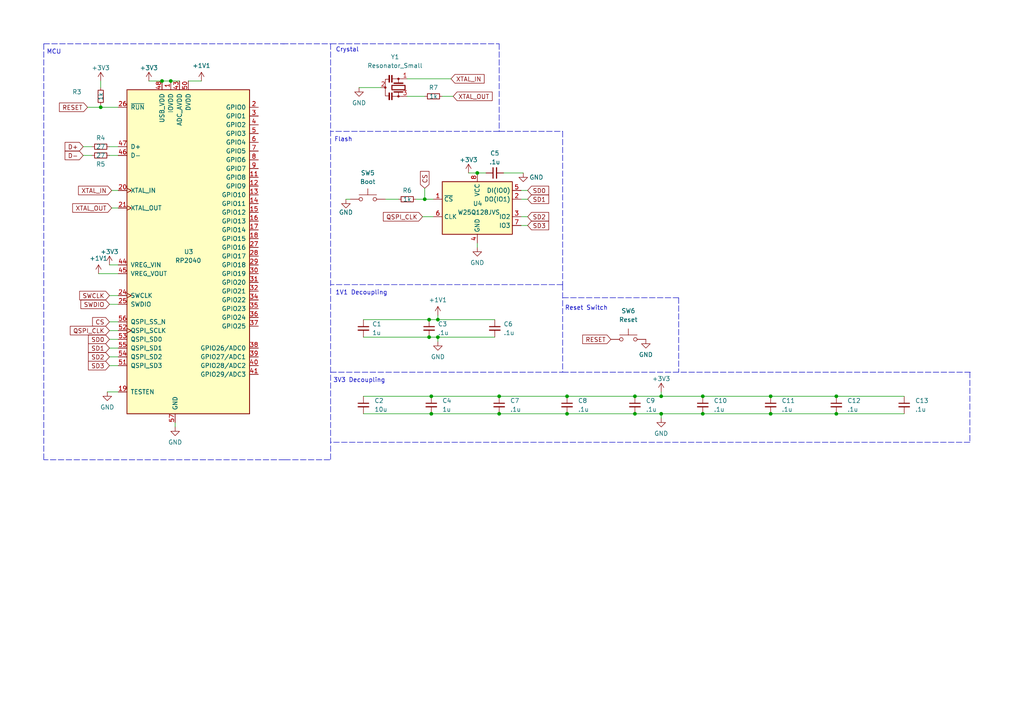
<source format=kicad_sch>
(kicad_sch (version 20211123) (generator eeschema)
  (paper "A4")
  (lib_symbols
    (symbol "Device:C_Small" (pin_numbers hide) (pin_names (offset 0.254) hide)
      (property "Reference" "C" (at 0.254 1.778 0))
      (property "Value" "C_Small" (at 0.254 -2.032 0))
      (symbol "C_Small_0_1"
        (polyline (pts (xy -1.524 -0.508) (xy 1.524 -0.508)) (stroke (width 0.3302)))
        (polyline (pts (xy -1.524 0.508) (xy 1.524 0.508)) (stroke (width 0.3048)))
      )
      (symbol "C_Small_1_1"
        (pin passive line (at 0 2.54 270) (length 2.032) (name "~") (number "1"))
        (pin passive line (at 0 -2.54 90) (length 2.032) (name "~") (number "2"))
      )
    )
    (symbol "Device:R_Small" (pin_numbers hide) (pin_names (offset 0.254) hide)
      (property "Reference" "R" (at 0.762 0.508 0))
      (property "Value" "R_Small" (at 0.762 -1.016 0))
      (symbol "R_Small_0_1"
        (rectangle (start -0.762 1.778) (end 0.762 -1.778) (stroke (width 0.2032)))
      )
      (symbol "R_Small_1_1"
        (pin passive line (at 0 2.54 270) (length 0.762) (name "~") (number "1"))
        (pin passive line (at 0 -2.54 90) (length 0.762) (name "~") (number "2"))
      )
    )
    (symbol "Device:Resonator_Small" (pin_names (offset 1.016) hide)
      (property "Reference" "Y" (at 3.175 1.905 0))
      (property "Value" "Resonator_Small" (at 3.175 0 0))
      (symbol "Resonator_Small_0_1"
        (rectangle (start -3.556 -2.54) (end -1.524 -2.794) (fill (type outline)))
        (rectangle (start -3.556 -1.778) (end -1.524 -2.032) (fill (type outline)))
        (circle (center -2.54 0) (radius 0.254) (fill (type outline)))
        (rectangle (start -0.635 1.905) (end 0.635 -1.905) (stroke (width 0.3048)))
        (circle (center 0 -3.81) (radius 0.254) (fill (type outline)))
        (polyline (pts (xy -2.54 -1.778) (xy -2.54 0)))
        (polyline (pts (xy -2.54 0) (xy -1.397 0)))
        (polyline (pts (xy -2.54 1.27) (xy -2.54 0)))
        (polyline (pts (xy -1.27 -1.27) (xy -1.27 1.27)) (stroke (width 0.381)))
        (polyline (pts (xy 1.27 -1.27) (xy 1.27 1.27)) (stroke (width 0.381)))
        (polyline (pts (xy 1.27 0) (xy 2.54 0)))
        (polyline (pts (xy 2.54 0) (xy 2.54 -1.778)))
        (polyline (pts (xy 2.54 1.27) (xy 2.54 0)))
        (polyline (pts (xy 2.413 -2.794) (xy 2.413 -3.81) (xy -2.413 -3.81) (xy -2.413 -2.667)))
        (rectangle (start 1.524 -2.54) (end 3.556 -2.794) (fill (type outline)))
        (rectangle (start 1.524 -1.778) (end 3.556 -2.032) (fill (type outline)))
        (circle (center 2.54 0) (radius 0.254) (fill (type outline)))
      )
      (symbol "Resonator_Small_1_1"
        (pin passive line (at -2.54 2.54 270) (length 1.27) (name "1") (number "1"))
        (pin passive line (at 0 -5.08 90) (length 1.27) (name "2") (number "2"))
        (pin passive line (at 2.54 2.54 270) (length 1.27) (name "3") (number "3"))
      )
    )
    (symbol "Memory_Flash:W25Q128JVS"
      (property "Reference" "U" (at -8.89 8.89 0))
      (property "Value" "W25Q128JVS" (at 7.62 8.89 0))
      (symbol "W25Q128JVS_0_1"
        (rectangle (start -10.16 7.62) (end 10.16 -7.62) (stroke (width 0.254)) (fill (type background)))
      )
      (symbol "W25Q128JVS_1_1"
        (pin input line (at -12.7 2.54 0) (length 2.54) (name "~{CS}") (number "1"))
        (pin bidirectional line (at 12.7 2.54 180) (length 2.54) (name "DO(IO1)") (number "2"))
        (pin bidirectional line (at 12.7 -2.54 180) (length 2.54) (name "IO2") (number "3"))
        (pin power_in line (at 0 -10.16 90) (length 2.54) (name "GND") (number "4"))
        (pin bidirectional line (at 12.7 5.08 180) (length 2.54) (name "DI(IO0)") (number "5"))
        (pin input line (at -12.7 -2.54 0) (length 2.54) (name "CLK") (number "6"))
        (pin bidirectional line (at 12.7 -5.08 180) (length 2.54) (name "IO3") (number "7"))
        (pin power_in line (at 0 10.16 270) (length 2.54) (name "VCC") (number "8"))
      )
    )
    (symbol "Switch:SW_Push" (pin_numbers hide) (pin_names (offset 1.016) hide)
      (property "Reference" "SW" (at 1.27 2.54 0))
      (property "Value" "SW_Push" (at 0 -1.524 0))
      (symbol "SW_Push_0_1"
        (circle (center -2.032 0) (radius 0.508))
        (polyline (pts (xy 0 1.27) (xy 0 3.048)))
        (polyline (pts (xy 2.54 1.27) (xy -2.54 1.27)))
        (circle (center 2.032 0) (radius 0.508))
        (pin passive line (at -5.08 0 0) (length 2.54) (name "1") (number "1"))
        (pin passive line (at 5.08 0 180) (length 2.54) (name "2") (number "2"))
      )
    )
    (symbol "cipulot_parts:RP2040" (pin_names (offset 1.016))
      (property "Reference" "U" (at 8.89 51.435 0))
      (property "Value" "RP2040" (at 8.89 48.895 0))
      (symbol "RP2040_0_0"
        (rectangle (start -17.78 -45.72) (end 17.78 48.26) (stroke (width 0.254)) (fill (type background)))
      )
      (symbol "RP2040_1_1"
        (pin power_in line (at -5.08 50.8 270) (length 2.54) (name "IOVDD") (number "1"))
        (pin power_in line (at -5.08 50.8 270) (length 2.54) hide (name "IOVDD") (number "10"))
        (pin input line (at 20.32 22.86 180) (length 2.54) (name "GPIO8") (number "11"))
        (pin input line (at 20.32 20.32 180) (length 2.54) (name "GPIO9") (number "12"))
        (pin input line (at 20.32 17.78 180) (length 2.54) (name "GPIO10") (number "13"))
        (pin input line (at 20.32 15.24 180) (length 2.54) (name "GPIO11") (number "14"))
        (pin input line (at 20.32 12.7 180) (length 2.54) (name "GPIO12") (number "15"))
        (pin input line (at 20.32 10.16 180) (length 2.54) (name "GPIO13") (number "16"))
        (pin input line (at 20.32 7.62 180) (length 2.54) (name "GPIO14") (number "17"))
        (pin input line (at 20.32 5.08 180) (length 2.54) (name "GPIO15") (number "18"))
        (pin input line (at -20.32 -39.37 0) (length 2.54) (name "TESTEN") (number "19"))
        (pin input line (at 20.32 43.18 180) (length 2.54) (name "GPIO0") (number "2"))
        (pin input clock (at -20.32 19.05 0) (length 2.54) (name "XTAL_IN") (number "20"))
        (pin input clock (at -20.32 13.97 0) (length 2.54) (name "XTAL_OUT") (number "21"))
        (pin power_in line (at -5.08 50.8 270) (length 2.54) hide (name "IOVDD") (number "22"))
        (pin power_in line (at 0 50.8 270) (length 2.54) hide (name "DVDD") (number "23"))
        (pin input clock (at -20.32 -11.43 0) (length 2.54) (name "SWCLK") (number "24"))
        (pin bidirectional line (at -20.32 -13.97 0) (length 2.54) (name "SWDIO") (number "25"))
        (pin input line (at -20.32 43.18 0) (length 2.54) (name "~{RUN}") (number "26"))
        (pin input line (at 20.32 2.54 180) (length 2.54) (name "GPIO16") (number "27"))
        (pin input line (at 20.32 0 180) (length 2.54) (name "GPIO17") (number "28"))
        (pin input line (at 20.32 -2.54 180) (length 2.54) (name "GPIO18") (number "29"))
        (pin input line (at 20.32 40.64 180) (length 2.54) (name "GPIO1") (number "3"))
        (pin input line (at 20.32 -5.08 180) (length 2.54) (name "GPIO19") (number "30"))
        (pin input line (at 20.32 -7.62 180) (length 2.54) (name "GPIO20") (number "31"))
        (pin input line (at 20.32 -10.16 180) (length 2.54) (name "GPIO21") (number "32"))
        (pin power_in line (at -5.08 50.8 270) (length 2.54) hide (name "IOVDD") (number "33"))
        (pin input line (at 20.32 -12.7 180) (length 2.54) (name "GPIO22") (number "34"))
        (pin input line (at 20.32 -15.24 180) (length 2.54) (name "GPIO23") (number "35"))
        (pin input line (at 20.32 -17.78 180) (length 2.54) (name "GPIO24") (number "36"))
        (pin input line (at 20.32 -20.32 180) (length 2.54) (name "GPIO25") (number "37"))
        (pin input line (at 20.32 -26.67 180) (length 2.54) (name "GPIO26/ADC0") (number "38"))
        (pin input line (at 20.32 -29.21 180) (length 2.54) (name "GPIO27/ADC1") (number "39"))
        (pin input line (at 20.32 38.1 180) (length 2.54) (name "GPIO2") (number "4"))
        (pin input line (at 20.32 -31.75 180) (length 2.54) (name "GPIO28/ADC2") (number "40"))
        (pin input line (at 20.32 -34.29 180) (length 2.54) (name "GPIO29/ADC3") (number "41"))
        (pin power_in line (at -5.08 50.8 270) (length 2.54) hide (name "IOVDD") (number "42"))
        (pin power_in line (at -2.54 50.8 270) (length 2.54) (name "ADC_AVDD") (number "43"))
        (pin power_in line (at -20.32 -2.54 0) (length 2.54) (name "VREG_VIN") (number "44"))
        (pin power_out line (at -20.32 -5.08 0) (length 2.54) (name "VREG_VOUT") (number "45"))
        (pin bidirectional line (at -20.32 29.21 0) (length 2.54) (name "D-") (number "46"))
        (pin bidirectional line (at -20.32 31.75 0) (length 2.54) (name "D+") (number "47"))
        (pin power_in line (at -7.62 50.8 270) (length 2.54) (name "USB_VDD") (number "48"))
        (pin power_in line (at -5.08 50.8 270) (length 2.54) hide (name "IOVDD") (number "49"))
        (pin input line (at 20.32 35.56 180) (length 2.54) (name "GPIO3") (number "5"))
        (pin power_in line (at 0 50.8 270) (length 2.54) (name "DVDD") (number "50"))
        (pin bidirectional line (at -20.32 -31.75 0) (length 2.54) (name "QSPI_SD3") (number "51"))
        (pin input clock (at -20.32 -21.59 0) (length 2.54) (name "QSPI_SCLK") (number "52"))
        (pin bidirectional line (at -20.32 -24.13 0) (length 2.54) (name "QSPI_SD0") (number "53"))
        (pin bidirectional line (at -20.32 -29.21 0) (length 2.54) (name "QSPI_SD2") (number "54"))
        (pin bidirectional line (at -20.32 -26.67 0) (length 2.54) (name "QSPI_SD1") (number "55"))
        (pin bidirectional line (at -20.32 -19.05 0) (length 2.54) (name "QSPI_SS_N") (number "56"))
        (pin power_in line (at -3.81 -48.26 90) (length 2.54) (name "GND") (number "57"))
        (pin input line (at 20.32 33.02 180) (length 2.54) (name "GPIO4") (number "6"))
        (pin input line (at 20.32 30.48 180) (length 2.54) (name "GPIO5") (number "7"))
        (pin input line (at 20.32 27.94 180) (length 2.54) (name "GPIO6") (number "8"))
        (pin input line (at 20.32 25.4 180) (length 2.54) (name "GPIO7") (number "9"))
      )
    )
    (symbol "power:+1V1" (power) (pin_names (offset 0))
      (property "Value" "+1V1" (at 0 3.556 0))
      (symbol "+1V1_0_1"
        (polyline (pts (xy -0.762 1.27) (xy 0 2.54)))
        (polyline (pts (xy 0 0) (xy 0 2.54)))
        (polyline (pts (xy 0 2.54) (xy 0.762 1.27)))
      )
      (symbol "+1V1_1_1"
        (pin power_in line (at 0 0 90) (length 0) hide (name "+1V1") (number "1"))
      )
    )
    (symbol "power:+3V3" (power) (pin_names (offset 0))
      (property "Value" "+3V3" (at 0 3.556 0))
      (symbol "+3V3_0_1"
        (polyline (pts (xy -0.762 1.27) (xy 0 2.54)))
        (polyline (pts (xy 0 0) (xy 0 2.54)))
        (polyline (pts (xy 0 2.54) (xy 0.762 1.27)))
      )
      (symbol "+3V3_1_1"
        (pin power_in line (at 0 0 90) (length 0) hide (name "+3V3") (number "1"))
      )
    )
    (symbol "power:GND" (power) (pin_names (offset 0))
      (property "Value" "GND" (at 0 -3.81 0))
      (symbol "GND_0_1"
        (polyline (pts (xy 0 0) (xy 0 -1.27) (xy 1.27 -1.27) (xy 0 -2.54) (xy -1.27 -1.27) (xy 0 -1.27)))
      )
      (symbol "GND_1_1"
        (pin power_in line (at 0 0 270) (length 0) hide (name "GND") (number "1"))
      )
    )
  )
  (junction (at 242.57 114.935))
  (junction (at 164.465 114.935))
  (junction (at 124.46 97.79))
  (junction (at 191.77 120.015))
  (junction (at 223.52 114.935))
  (junction (at 223.52 120.015))
  (junction (at 203.835 120.015))
  (junction (at 127 97.79))
  (junction (at 127 92.71))
  (junction (at 242.57 120.015))
  (junction (at 144.78 114.935))
  (junction (at 191.77 114.935))
  (junction (at 203.835 114.935))
  (junction (at 125.095 114.935))
  (junction (at 138.43 50.165))
  (junction (at 29.21 31.115))
  (junction (at 144.78 120.015))
  (junction (at 184.15 120.015))
  (junction (at 124.46 92.71))
  (junction (at 49.53 23.495))
  (junction (at 184.15 114.935))
  (junction (at 46.99 23.495))
  (junction (at 164.465 120.015))
  (junction (at 125.095 120.015))
  (junction (at 123.19 57.785))
  (wire (pts (xy 138.43 70.485) (xy 138.43 71.755)))
  (wire (pts (xy 31.75 45.085) (xy 34.29 45.085)))
  (wire (pts (xy 151.13 57.785) (xy 153.035 57.785)))
  (wire (pts (xy 29.21 23.495) (xy 29.21 25.4)))
  (polyline (pts (xy 281.305 107.95) (xy 281.305 128.27)))
  (polyline (pts (xy 144.78 38.1) (xy 95.885 38.1)))
  (polyline (pts (xy 144.78 38.1) (xy 163.195 38.1)))
  (wire (pts (xy 49.53 23.495) (xy 52.07 23.495)))
  (wire (pts (xy 144.78 120.015) (xy 164.465 120.015)))
  (wire (pts (xy 151.13 55.245) (xy 153.035 55.245)))
  (wire (pts (xy 31.75 93.345) (xy 34.29 93.345)))
  (wire (pts (xy 124.46 92.71) (xy 127 92.71)))
  (wire (pts (xy 118.11 27.94) (xy 123.19 27.94)))
  (wire (pts (xy 144.78 114.935) (xy 164.465 114.935)))
  (wire (pts (xy 31.75 85.725) (xy 34.29 85.725)))
  (wire (pts (xy 127 92.71) (xy 143.51 92.71)))
  (wire (pts (xy 184.15 120.015) (xy 191.77 120.015)))
  (wire (pts (xy 31.75 88.265) (xy 34.29 88.265)))
  (wire (pts (xy 203.835 120.015) (xy 223.52 120.015)))
  (wire (pts (xy 105.41 114.935) (xy 125.095 114.935)))
  (wire (pts (xy 118.11 22.86) (xy 130.81 22.86)))
  (polyline (pts (xy 163.195 107.95) (xy 281.94 107.95)))
  (polyline (pts (xy 12.7 12.7) (xy 82.55 12.7)))
  (wire (pts (xy 125.095 114.935) (xy 144.78 114.935)))
  (wire (pts (xy 111.76 57.785) (xy 115.57 57.785)))
  (wire (pts (xy 50.8 122.555) (xy 50.8 123.825)))
  (wire (pts (xy 124.46 97.79) (xy 127 97.79)))
  (wire (pts (xy 223.52 120.015) (xy 242.57 120.015)))
  (wire (pts (xy 164.465 120.015) (xy 184.15 120.015)))
  (polyline (pts (xy 95.885 12.7) (xy 95.885 133.35)))
  (wire (pts (xy 32.385 55.245) (xy 34.29 55.245)))
  (polyline (pts (xy 163.195 38.1) (xy 163.195 82.55)))
  (wire (pts (xy 25.4 31.115) (xy 29.21 31.115)))
  (polyline (pts (xy 163.195 82.55) (xy 163.195 107.95)))
  (wire (pts (xy 31.75 42.545) (xy 34.29 42.545)))
  (wire (pts (xy 128.27 27.94) (xy 131.445 27.94)))
  (wire (pts (xy 242.57 120.015) (xy 262.255 120.015)))
  (wire (pts (xy 43.18 23.495) (xy 46.99 23.495)))
  (wire (pts (xy 104.14 25.4) (xy 110.49 25.4)))
  (wire (pts (xy 31.75 103.505) (xy 34.29 103.505)))
  (wire (pts (xy 31.75 106.045) (xy 34.29 106.045)))
  (wire (pts (xy 31.75 100.965) (xy 34.29 100.965)))
  (wire (pts (xy 223.52 114.935) (xy 242.57 114.935)))
  (wire (pts (xy 31.75 76.835) (xy 34.29 76.835)))
  (wire (pts (xy 164.465 114.935) (xy 184.15 114.935)))
  (wire (pts (xy 105.41 120.015) (xy 125.095 120.015)))
  (wire (pts (xy 127 97.79) (xy 127 99.06)))
  (wire (pts (xy 46.99 23.495) (xy 49.53 23.495)))
  (wire (pts (xy 123.19 57.785) (xy 125.73 57.785)))
  (polyline (pts (xy 12.7 12.7) (xy 12.7 133.35)))
  (polyline (pts (xy 281.305 128.27) (xy 95.885 128.27)))
  (wire (pts (xy 138.43 50.165) (xy 140.97 50.165)))
  (wire (pts (xy 29.21 30.48) (xy 29.21 31.115)))
  (wire (pts (xy 29.21 31.115) (xy 34.29 31.115)))
  (wire (pts (xy 127 97.79) (xy 143.51 97.79)))
  (wire (pts (xy 24.13 42.545) (xy 26.67 42.545)))
  (wire (pts (xy 122.555 62.865) (xy 125.73 62.865)))
  (polyline (pts (xy 95.885 107.95) (xy 163.195 107.95)))
  (polyline (pts (xy 82.55 133.35) (xy 12.7 133.35)))
  (wire (pts (xy 125.095 120.015) (xy 144.78 120.015)))
  (wire (pts (xy 100.33 57.785) (xy 101.6 57.785)))
  (polyline (pts (xy 163.195 86.36) (xy 196.85 86.36)))
  (wire (pts (xy 146.05 50.165) (xy 151.765 50.165)))
  (wire (pts (xy 135.89 50.165) (xy 138.43 50.165)))
  (wire (pts (xy 31.75 95.885) (xy 34.29 95.885)))
  (wire (pts (xy 242.57 114.935) (xy 262.255 114.935)))
  (wire (pts (xy 31.75 98.425) (xy 34.29 98.425)))
  (wire (pts (xy 191.77 121.285) (xy 191.77 120.015)))
  (wire (pts (xy 24.13 45.085) (xy 26.67 45.085)))
  (wire (pts (xy 184.15 114.935) (xy 191.77 114.935)))
  (wire (pts (xy 105.41 97.79) (xy 124.46 97.79)))
  (wire (pts (xy 151.13 65.405) (xy 153.035 65.405)))
  (polyline (pts (xy 196.85 86.36) (xy 196.85 107.95)))
  (polyline (pts (xy 82.55 133.35) (xy 95.885 133.35)))
  (wire (pts (xy 191.77 113.665) (xy 191.77 114.935)))
  (polyline (pts (xy 163.195 82.55) (xy 95.885 82.55)))
  (polyline (pts (xy 81.915 12.7) (xy 95.885 12.7)))
  (polyline (pts (xy 144.78 12.7) (xy 144.78 38.1)))
  (wire (pts (xy 191.77 120.015) (xy 203.835 120.015)))
  (wire (pts (xy 127 91.44) (xy 127 92.71)))
  (wire (pts (xy 203.835 114.935) (xy 223.52 114.935)))
  (wire (pts (xy 32.385 60.325) (xy 34.29 60.325)))
  (wire (pts (xy 54.61 23.495) (xy 58.42 23.495)))
  (wire (pts (xy 120.65 57.785) (xy 123.19 57.785)))
  (polyline (pts (xy 95.885 12.7) (xy 144.78 12.7)))
  (wire (pts (xy 28.575 79.375) (xy 34.29 79.375)))
  (wire (pts (xy 31.115 113.665) (xy 34.29 113.665)))
  (wire (pts (xy 191.77 114.935) (xy 203.835 114.935)))
  (wire (pts (xy 151.13 62.865) (xy 153.035 62.865)))
  (wire (pts (xy 105.41 92.71) (xy 124.46 92.71)))
  (wire (pts (xy 123.19 54.61) (xy 123.19 57.785)))
  (text "1V1 Decoupling" (at 112.395 85.725 180) (effects (font (size 1.27 1.27)) (justify right bottom)))
  (text "Reset Switch" (at 163.83 90.17 0) (effects (font (size 1.27 1.27)) (justify left bottom)))
  (text "Flash\n" (at 102.235 41.275 180) (effects (font (size 1.27 1.27)) (justify right bottom)))
  (text "3V3 Decoupling" (at 111.76 111.125 180) (effects (font (size 1.27 1.27)) (justify right bottom)))
  (text "MCU\n" (at 17.78 15.875 180) (effects (font (size 1.27 1.27)) (justify right bottom)))
  (text "Crystal\n" (at 104.14 15.24 180) (effects (font (size 1.27 1.27)) (justify right bottom)))
  (global_label "SWCLK" (shape input) (at 31.75 85.725 180) (property "Intersheet References" "${INTERSHEET_REFS}" (effects hide)))
  (global_label "CS" (shape input) (at 123.19 54.61 90) (property "Intersheet References" "${INTERSHEET_REFS}" (effects hide)))
  (global_label "QSPI_CLK" (shape input) (at 31.75 95.885 180) (property "Intersheet References" "${INTERSHEET_REFS}" (effects hide)))
  (global_label "D+" (shape input) (at 24.13 42.545 180) (property "Intersheet References" "${INTERSHEET_REFS}" (effects hide)))
  (global_label "XTAL_OUT" (shape input) (at 32.385 60.325 180) (property "Intersheet References" "${INTERSHEET_REFS}" (effects hide)))
  (global_label "XTAL_IN" (shape input) (at 130.81 22.86 0) (property "Intersheet References" "${INTERSHEET_REFS}" (effects hide)))
  (global_label "SD1" (shape input) (at 153.035 57.785 0) (property "Intersheet References" "${INTERSHEET_REFS}" (effects hide)))
  (global_label "RESET" (shape input) (at 25.4 31.115 180) (property "Intersheet References" "${INTERSHEET_REFS}" (effects hide)))
  (global_label "CS" (shape input) (at 31.75 93.345 180) (property "Intersheet References" "${INTERSHEET_REFS}" (effects hide)))
  (global_label "RESET" (shape input) (at 177.165 98.425 180) (property "Intersheet References" "${INTERSHEET_REFS}" (effects hide)))
  (global_label "SD1" (shape input) (at 31.75 100.965 180) (property "Intersheet References" "${INTERSHEET_REFS}" (effects hide)))
  (global_label "SWDIO" (shape input) (at 31.75 88.265 180) (property "Intersheet References" "${INTERSHEET_REFS}" (effects hide)))
  (global_label "D-" (shape input) (at 24.13 45.085 180) (property "Intersheet References" "${INTERSHEET_REFS}" (effects hide)))
  (global_label "QSPI_CLK" (shape input) (at 122.555 62.865 180) (property "Intersheet References" "${INTERSHEET_REFS}" (effects hide)))
  (global_label "SD2" (shape input) (at 153.035 62.865 0) (property "Intersheet References" "${INTERSHEET_REFS}" (effects hide)))
  (global_label "SD0" (shape input) (at 31.75 98.425 180) (property "Intersheet References" "${INTERSHEET_REFS}" (effects hide)))
  (global_label "XTAL_IN" (shape input) (at 32.385 55.245 180) (property "Intersheet References" "${INTERSHEET_REFS}" (effects hide)))
  (global_label "SD3" (shape input) (at 31.75 106.045 180) (property "Intersheet References" "${INTERSHEET_REFS}" (effects hide)))
  (global_label "SD3" (shape input) (at 153.035 65.405 0) (property "Intersheet References" "${INTERSHEET_REFS}" (effects hide)))
  (global_label "XTAL_OUT" (shape input) (at 131.445 27.94 0) (property "Intersheet References" "${INTERSHEET_REFS}" (effects hide)))
  (global_label "SD2" (shape input) (at 31.75 103.505 180) (property "Intersheet References" "${INTERSHEET_REFS}" (effects hide)))
  (global_label "SD0" (shape input) (at 153.035 55.245 0) (property "Intersheet References" "${INTERSHEET_REFS}" (effects hide)))
  (symbol (lib_id "Switch:SW_Push") (at 182.245 98.425 0) (unit 1)
    (property "Reference" "SW6" (at 182.245 90.17 0))
    (property "Value" "Reset" (at 182.245 92.71 0))
    (property "Footprint" "Button_Switch_SMD:SW_SPST_TL3342" (effects hide))
  )
  (symbol (lib_id "power:GND") (at 104.14 25.4 0) (unit 1)
    (property "Reference" "#PWR0127" (effects hide))
    (property "Value" "GND" (at 104.14 29.845 0))
  )
  (symbol (lib_id "power:+1V1") (at 58.42 23.495 0) (unit 1)
    (property "Reference" "#PWR0133" (effects hide))
    (property "Value" "+1V1" (at 58.42 19.05 0))
  )
  (symbol (lib_id "Device:R_Small") (at 29.21 27.94 0) (unit 1)
    (property "Reference" "R3" (at 20.955 26.67 0) (effects (justify left)))
    (property "Value" "1k" (at 29.21 29.21 90) (effects (justify left)))
    (property "Footprint" "Resistor_SMD:R_0402_1005Metric" (effects hide))
  )
  (symbol (lib_id "Device:C_Small") (at 164.465 117.475 0) (unit 1)
    (property "Reference" "C8" (at 167.64 116.2112 0) (effects (justify left)))
    (property "Value" ".1u" (at 167.64 118.7512 0) (effects (justify left)))
    (property "Footprint" "Capacitor_SMD:C_0402_1005Metric" (effects hide))
  )
  (symbol (lib_id "power:+3V3") (at 31.75 76.835 0) (unit 1)
    (property "Reference" "#PWR0134" (effects hide))
    (property "Value" "+3V3" (at 31.75 73.025 0))
  )
  (symbol (lib_id "Device:C_Small") (at 262.255 117.475 0) (unit 1)
    (property "Reference" "C13" (at 265.43 116.2112 0) (effects (justify left)))
    (property "Value" ".1u" (at 265.43 118.7512 0) (effects (justify left)))
    (property "Footprint" "Capacitor_SMD:C_0402_1005Metric" (effects hide))
  )
  (symbol (lib_id "power:+3V3") (at 191.77 113.665 0) (unit 1)
    (property "Reference" "#PWR0125" (effects hide))
    (property "Value" "+3V3" (at 191.77 109.855 0))
  )
  (symbol (lib_id "power:GND") (at 100.33 57.785 0) (unit 1)
    (property "Reference" "#PWR0123" (effects hide))
    (property "Value" "GND" (at 100.33 61.595 0))
  )
  (symbol (lib_id "Device:C_Small") (at 223.52 117.475 0) (unit 1)
    (property "Reference" "C11" (at 226.695 116.2112 0) (effects (justify left)))
    (property "Value" ".1u" (at 226.695 118.7512 0) (effects (justify left)))
    (property "Footprint" "Capacitor_SMD:C_0402_1005Metric" (effects hide))
  )
  (symbol (lib_id "Device:R_Small") (at 125.73 27.94 90) (unit 1)
    (property "Reference" "R7" (at 125.73 25.4 90))
    (property "Value" "1k" (at 125.73 27.94 90))
    (property "Footprint" "Resistor_SMD:R_0402_1005Metric" (effects hide))
  )
  (symbol (lib_id "power:GND") (at 138.43 71.755 0) (unit 1)
    (property "Reference" "#PWR0121" (effects hide))
    (property "Value" "GND" (at 138.43 76.2 0))
  )
  (symbol (lib_id "Device:C_Small") (at 143.51 95.25 0) (unit 1)
    (property "Reference" "C6" (at 146.05 93.9862 0) (effects (justify left)))
    (property "Value" ".1u" (at 146.05 96.5262 0) (effects (justify left)))
    (property "Footprint" "Capacitor_SMD:C_0402_1005Metric" (effects hide))
  )
  (symbol (lib_id "power:GND") (at 50.8 123.825 0) (unit 1)
    (property "Reference" "#PWR0131" (effects hide))
    (property "Value" "GND" (at 50.8 128.27 0))
  )
  (symbol (lib_id "Device:Resonator_Small") (at 115.57 25.4 270) (unit 1)
    (property "Reference" "Y1" (at 114.5667 16.51 90))
    (property "Value" "Resonator_Small" (at 114.5667 19.05 90))
    (property "Footprint" "Crystal:Resonator_SMD_Murata_CSTxExxV-3Pin_3.0x1.1mm" (effects hide))
  )
  (symbol (lib_id "Device:C_Small") (at 124.46 95.25 0) (unit 1)
    (property "Reference" "C3" (at 127 93.9862 0) (effects (justify left)))
    (property "Value" ".1u" (at 127 96.5262 0) (effects (justify left)))
    (property "Footprint" "Capacitor_SMD:C_0402_1005Metric" (effects hide))
  )
  (symbol (lib_id "power:+1V1") (at 127 91.44 0) (unit 1)
    (property "Reference" "#PWR0120" (effects hide))
    (property "Value" "+1V1" (at 127 86.995 0))
  )
  (symbol (lib_id "Device:C_Small") (at 242.57 117.475 0) (unit 1)
    (property "Reference" "C12" (at 245.745 116.2112 0) (effects (justify left)))
    (property "Value" ".1u" (at 245.745 118.7512 0) (effects (justify left)))
    (property "Footprint" "Capacitor_SMD:C_0402_1005Metric" (effects hide))
  )
  (symbol (lib_id "Device:C_Small") (at 125.095 117.475 0) (unit 1)
    (property "Reference" "C4" (at 128.27 116.2112 0) (effects (justify left)))
    (property "Value" "1u" (at 128.27 118.7512 0) (effects (justify left)))
    (property "Footprint" "Capacitor_SMD:C_0402_1005Metric" (effects hide))
  )
  (symbol (lib_id "power:GND") (at 127 99.06 0) (unit 1)
    (property "Reference" "#PWR0119" (effects hide))
    (property "Value" "GND" (at 127 103.505 0))
  )
  (symbol (lib_id "power:+3V3") (at 135.89 50.165 0) (unit 1)
    (property "Reference" "#PWR0128" (effects hide))
    (property "Value" "+3V3" (at 135.89 46.355 0))
  )
  (symbol (lib_id "Device:R_Small") (at 29.21 42.545 90) (unit 1)
    (property "Reference" "R4" (at 29.21 40.005 90))
    (property "Value" "27" (at 29.21 42.545 90))
    (property "Footprint" "Resistor_SMD:R_0402_1005Metric" (effects hide))
  )
  (symbol (lib_id "power:GND") (at 151.765 50.165 0) (unit 1)
    (property "Reference" "#PWR0122" (effects hide))
    (property "Value" "GND" (at 155.575 51.435 0))
  )
  (symbol (lib_id "Device:C_Small") (at 105.41 95.25 0) (unit 1)
    (property "Reference" "C1" (at 107.95 93.9862 0) (effects (justify left)))
    (property "Value" "1u" (at 107.95 96.5262 0) (effects (justify left)))
    (property "Footprint" "Capacitor_SMD:C_0402_1005Metric" (effects hide))
  )
  (symbol (lib_id "Device:C_Small") (at 105.41 117.475 0) (unit 1)
    (property "Reference" "C2" (at 108.585 116.2112 0) (effects (justify left)))
    (property "Value" "10u" (at 108.585 118.7512 0) (effects (justify left)))
    (property "Footprint" "Capacitor_SMD:C_0402_1005Metric" (effects hide))
  )
  (symbol (lib_id "Device:R_Small") (at 29.21 45.085 90) (unit 1)
    (property "Reference" "R5" (at 29.21 47.625 90))
    (property "Value" "27" (at 29.21 45.085 90))
    (property "Footprint" "Resistor_SMD:R_0402_1005Metric" (effects hide))
  )
  (symbol (lib_id "Device:R_Small") (at 118.11 57.785 90) (unit 1)
    (property "Reference" "R6" (at 118.11 55.245 90))
    (property "Value" "1k" (at 118.11 57.785 90))
    (property "Footprint" "Resistor_SMD:R_0402_1005Metric" (effects hide))
  )
  (symbol (lib_id "power:+3V3") (at 29.21 23.495 0) (unit 1)
    (property "Reference" "#PWR0129" (effects hide))
    (property "Value" "+3V3" (at 29.21 19.685 0))
  )
  (symbol (lib_id "Device:C_Small") (at 144.78 117.475 0) (unit 1)
    (property "Reference" "C7" (at 147.955 116.2112 0) (effects (justify left)))
    (property "Value" ".1u" (at 147.955 118.7512 0) (effects (justify left)))
    (property "Footprint" "Capacitor_SMD:C_0402_1005Metric" (effects hide))
  )
  (symbol (lib_id "power:GND") (at 191.77 121.285 0) (unit 1)
    (property "Reference" "#PWR0126" (effects hide))
    (property "Value" "GND" (at 191.77 125.73 0))
  )
  (symbol (lib_id "power:+1V1") (at 28.575 79.375 0) (unit 1)
    (property "Reference" "#PWR0135" (effects hide))
    (property "Value" "+1V1" (at 28.575 74.93 0))
  )
  (symbol (lib_id "Device:C_Small") (at 143.51 50.165 90) (unit 1)
    (property "Reference" "C5" (at 143.51 44.45 90))
    (property "Value" ".1u" (at 143.51 46.99 90))
    (property "Footprint" "Capacitor_SMD:C_0402_1005Metric" (effects hide))
  )
  (symbol (lib_id "Memory_Flash:W25Q128JVS") (at 138.43 60.325 0) (unit 1)
    (property "Reference" "U4" (at 137.16 59.055 0) (effects (justify left)))
    (property "Value" "W25Q128JVS" (at 132.715 61.595 0) (effects (justify left)))
    (property "Footprint" "Package_SO:SOIC-8_5.23x5.23mm_P1.27mm" (effects hide))
    (property "Datasheet" "http://www.winbond.com/resource-files/w25q128jv_dtr%20revc%2003272018%20plus.pdf" (effects hide))
  )
  (symbol (lib_id "cipulot_parts:RP2040") (at 54.61 74.295 0) (unit 1)
    (property "Reference" "U3" (at 53.34 73.025 0) (effects (justify left)))
    (property "Value" "RP2040" (at 50.8 75.565 0) (effects (justify left)))
    (property "Footprint" "cipulot_parts:RP2040-QFN-56" (effects hide))
    (property "Datasheet" "https://datasheets.raspberrypi.com/rp2040/rp2040-datasheet.pdf" (effects hide))
  )
  (symbol (lib_id "power:GND") (at 31.115 113.665 0) (unit 1)
    (property "Reference" "#PWR0132" (effects hide))
    (property "Value" "GND" (at 31.115 118.11 0))
  )
  (symbol (lib_id "Device:C_Small") (at 203.835 117.475 0) (unit 1)
    (property "Reference" "C10" (at 207.01 116.2112 0) (effects (justify left)))
    (property "Value" ".1u" (at 207.01 118.7512 0) (effects (justify left)))
    (property "Footprint" "Capacitor_SMD:C_0402_1005Metric" (effects hide))
  )
  (symbol (lib_id "power:+3V3") (at 43.18 23.495 0) (unit 1)
    (property "Reference" "#PWR0130" (effects hide))
    (property "Value" "+3V3" (at 43.18 19.685 0))
  )
  (symbol (lib_id "power:GND") (at 187.325 98.425 0) (unit 1)
    (property "Reference" "#PWR0124" (effects hide))
    (property "Value" "GND" (at 187.325 102.87 0))
  )
  (symbol (lib_id "Switch:SW_Push") (at 106.68 57.785 0) (unit 1)
    (property "Reference" "SW5" (at 106.68 50.165 0))
    (property "Value" "Boot" (at 106.68 52.705 0))
    (property "Footprint" "Button_Switch_SMD:SW_SPST_TL3342" (effects hide))
  )
  (symbol (lib_id "Device:C_Small") (at 184.15 117.475 0) (unit 1)
    (property "Reference" "C9" (at 187.325 116.2112 0) (effects (justify left)))
    (property "Value" ".1u" (at 187.325 118.7512 0) (effects (justify left)))
    (property "Footprint" "Capacitor_SMD:C_0402_1005Metric" (effects hide))
  )
)
</source>
